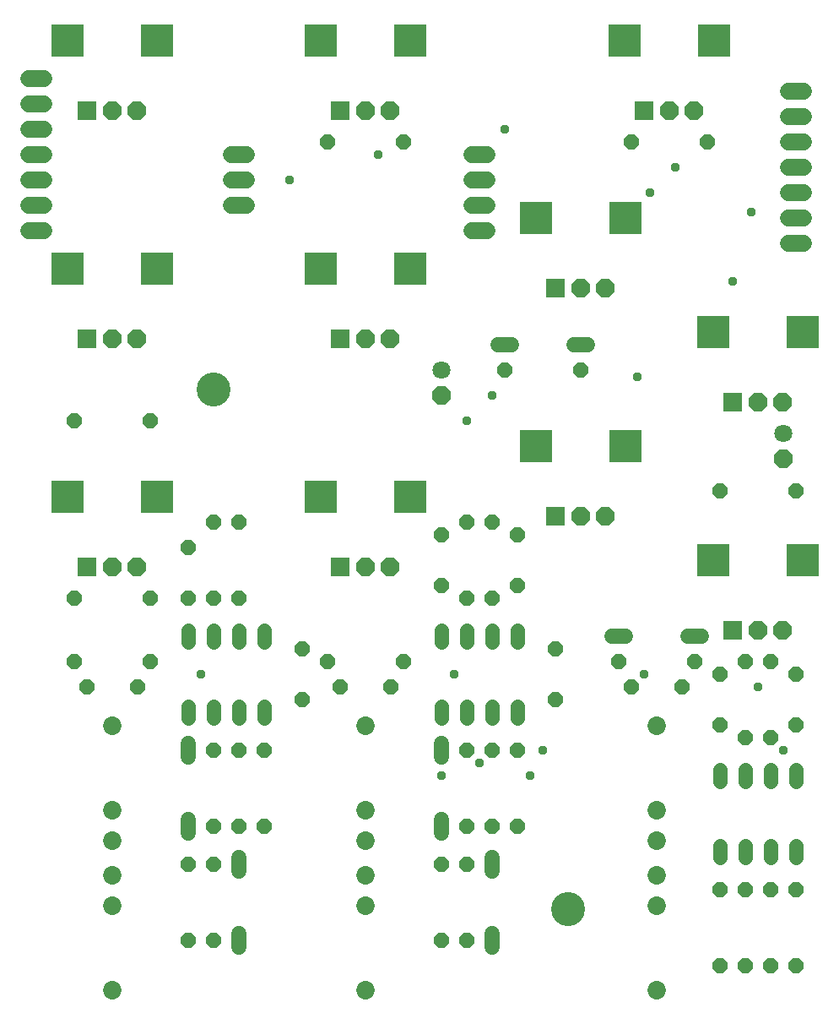
<source format=gts>
G04 EAGLE Gerber RS-274X export*
G75*
%MOMM*%
%FSLAX34Y34*%
%LPD*%
%INSoldermask Top*%
%IPPOS*%
%AMOC8*
5,1,8,0,0,1.08239X$1,22.5*%
G01*
%ADD10C,3.403600*%
%ADD11R,1.879600X1.879600*%
%ADD12P,2.034460X8X292.500000*%
%ADD13R,3.319200X3.319200*%
%ADD14P,1.649562X8X202.500000*%
%ADD15C,1.853200*%
%ADD16C,1.727200*%
%ADD17P,1.951982X8X292.500000*%
%ADD18C,1.803400*%
%ADD19C,1.411200*%
%ADD20P,1.649562X8X292.500000*%
%ADD21P,1.649562X8X112.500000*%
%ADD22P,1.649562X8X22.500000*%
%ADD23C,1.524000*%
%ADD24C,0.959600*%


D10*
X558800Y95250D03*
X203200Y615950D03*
D11*
X76600Y438000D03*
D12*
X101600Y438000D03*
X126600Y438000D03*
D13*
X146600Y508000D03*
X56600Y508000D03*
D11*
X76600Y666600D03*
D12*
X101600Y666600D03*
X126600Y666600D03*
D13*
X146600Y736600D03*
X56600Y736600D03*
D11*
X76600Y895200D03*
D12*
X101600Y895200D03*
X126600Y895200D03*
D13*
X146600Y965200D03*
X56600Y965200D03*
D14*
X139700Y584200D03*
X63500Y584200D03*
D11*
X330600Y438000D03*
D12*
X355600Y438000D03*
X380600Y438000D03*
D13*
X400600Y508000D03*
X310600Y508000D03*
D11*
X330600Y895200D03*
D12*
X355600Y895200D03*
X380600Y895200D03*
D13*
X400600Y965200D03*
X310600Y965200D03*
D11*
X330600Y666600D03*
D12*
X355600Y666600D03*
X380600Y666600D03*
D13*
X400600Y736600D03*
X310600Y736600D03*
D11*
X546500Y717400D03*
D12*
X571500Y717400D03*
X596500Y717400D03*
D13*
X616500Y787400D03*
X526500Y787400D03*
D11*
X724300Y603100D03*
D12*
X749300Y603100D03*
X774300Y603100D03*
D13*
X794300Y673100D03*
X704300Y673100D03*
D11*
X546500Y488800D03*
D12*
X571500Y488800D03*
X596500Y488800D03*
D13*
X616500Y558800D03*
X526500Y558800D03*
D15*
X101600Y13500D03*
X101600Y98500D03*
X101600Y128500D03*
X101600Y278600D03*
X101600Y193600D03*
X101600Y163600D03*
X355600Y13500D03*
X355600Y98500D03*
X355600Y128500D03*
X355600Y278600D03*
X355600Y193600D03*
X355600Y163600D03*
X647700Y278600D03*
X647700Y193600D03*
X647700Y163600D03*
X647700Y13500D03*
X647700Y98500D03*
X647700Y128500D03*
D14*
X393700Y863600D03*
X317500Y863600D03*
D11*
X635400Y895200D03*
D12*
X660400Y895200D03*
X685400Y895200D03*
D13*
X705400Y965200D03*
X615400Y965200D03*
D14*
X698500Y863600D03*
X622300Y863600D03*
X139700Y406400D03*
X63500Y406400D03*
D16*
X33020Y774700D02*
X17780Y774700D01*
X17780Y800100D02*
X33020Y800100D01*
X33020Y825500D02*
X17780Y825500D01*
X17780Y850900D02*
X33020Y850900D01*
D14*
X787400Y514350D03*
X711200Y514350D03*
D17*
X774700Y546100D03*
D18*
X774700Y571500D03*
D11*
X724300Y374500D03*
D12*
X749300Y374500D03*
X774300Y374500D03*
D13*
X794300Y444500D03*
X704300Y444500D03*
D16*
X779780Y914400D02*
X795020Y914400D01*
X795020Y889000D02*
X779780Y889000D01*
X779780Y863600D02*
X795020Y863600D01*
X795020Y838200D02*
X779780Y838200D01*
X779780Y812800D02*
X795020Y812800D01*
X795020Y787400D02*
X779780Y787400D01*
X779780Y762000D02*
X795020Y762000D01*
D19*
X177800Y298140D02*
X177800Y286060D01*
X203200Y286060D02*
X203200Y298140D01*
X228600Y298140D02*
X228600Y286060D01*
X254000Y286060D02*
X254000Y298140D01*
X254000Y362260D02*
X254000Y374340D01*
X228600Y374340D02*
X228600Y362260D01*
X203200Y362260D02*
X203200Y374340D01*
X177800Y374340D02*
X177800Y362260D01*
D20*
X203200Y482600D03*
X203200Y406400D03*
D21*
X228600Y406400D03*
X228600Y482600D03*
D14*
X139700Y342900D03*
X63500Y342900D03*
D22*
X76200Y317500D03*
X127000Y317500D03*
D20*
X228600Y254000D03*
X228600Y177800D03*
X254000Y254000D03*
X254000Y177800D03*
D23*
X228600Y70104D02*
X228600Y56896D01*
X228600Y133096D02*
X228600Y146304D01*
D21*
X203200Y177800D03*
X203200Y254000D03*
D20*
X203200Y139700D03*
X203200Y63500D03*
D23*
X177800Y171196D02*
X177800Y184404D01*
X177800Y247396D02*
X177800Y260604D01*
D20*
X177800Y139700D03*
X177800Y63500D03*
X177800Y457200D03*
X177800Y406400D03*
X292100Y355600D03*
X292100Y304800D03*
D19*
X431800Y298140D02*
X431800Y286060D01*
X457200Y286060D02*
X457200Y298140D01*
X482600Y298140D02*
X482600Y286060D01*
X508000Y286060D02*
X508000Y298140D01*
X508000Y362260D02*
X508000Y374340D01*
X482600Y374340D02*
X482600Y362260D01*
X457200Y362260D02*
X457200Y374340D01*
X431800Y374340D02*
X431800Y362260D01*
X711200Y158440D02*
X711200Y146360D01*
X736600Y146360D02*
X736600Y158440D01*
X762000Y158440D02*
X762000Y146360D01*
X787400Y146360D02*
X787400Y158440D01*
X787400Y222560D02*
X787400Y234640D01*
X762000Y234640D02*
X762000Y222560D01*
X736600Y222560D02*
X736600Y234640D01*
X711200Y234640D02*
X711200Y222560D01*
D20*
X457200Y482600D03*
X457200Y406400D03*
X482600Y482600D03*
X482600Y406400D03*
D22*
X317500Y342900D03*
X393700Y342900D03*
D14*
X381000Y317500D03*
X330200Y317500D03*
D23*
X482600Y70104D02*
X482600Y56896D01*
X482600Y133096D02*
X482600Y146304D01*
D20*
X482600Y254000D03*
X482600Y177800D03*
D21*
X457200Y177800D03*
X457200Y254000D03*
D20*
X508000Y254000D03*
X508000Y177800D03*
D23*
X431800Y171196D02*
X431800Y184404D01*
X431800Y247396D02*
X431800Y260604D01*
D20*
X431800Y139700D03*
X431800Y63500D03*
X457200Y139700D03*
X457200Y63500D03*
X546100Y355600D03*
X546100Y304800D03*
X431800Y469900D03*
X431800Y419100D03*
D14*
X685800Y342900D03*
X609600Y342900D03*
D23*
X602996Y368300D02*
X616204Y368300D01*
X679196Y368300D02*
X692404Y368300D01*
D22*
X622300Y317500D03*
X673100Y317500D03*
D20*
X762000Y114300D03*
X762000Y38100D03*
X787400Y114300D03*
X787400Y38100D03*
X711200Y114300D03*
X711200Y38100D03*
D21*
X736600Y38100D03*
X736600Y114300D03*
D23*
X501904Y660400D02*
X488696Y660400D01*
X564896Y660400D02*
X578104Y660400D01*
D22*
X495300Y635000D03*
X571500Y635000D03*
D21*
X736600Y266700D03*
X736600Y342900D03*
D20*
X762000Y342900D03*
X762000Y266700D03*
X787400Y330200D03*
X787400Y279400D03*
X711200Y330200D03*
X711200Y279400D03*
D17*
X431800Y609600D03*
D18*
X431800Y635000D03*
D21*
X508000Y419100D03*
X508000Y469900D03*
D16*
X33020Y876300D02*
X17780Y876300D01*
X17780Y901700D02*
X33020Y901700D01*
X33020Y927100D02*
X17780Y927100D01*
X462280Y774700D02*
X477520Y774700D01*
X477520Y800100D02*
X462280Y800100D01*
X462280Y825500D02*
X477520Y825500D01*
X477520Y850900D02*
X462280Y850900D01*
X236220Y800100D02*
X220980Y800100D01*
X220980Y825500D02*
X236220Y825500D01*
X236220Y850900D02*
X220980Y850900D01*
D24*
X742950Y793750D03*
X628650Y628650D03*
X469900Y241300D03*
X431800Y228600D03*
X482600Y609600D03*
X368300Y850900D03*
X457200Y584200D03*
X774700Y254000D03*
X533400Y254000D03*
X495300Y876300D03*
X723900Y723900D03*
X641350Y812800D03*
X666750Y838200D03*
X635000Y330200D03*
X444500Y330200D03*
X190500Y330200D03*
X279400Y825500D03*
X749300Y317500D03*
X520700Y228600D03*
M02*

</source>
